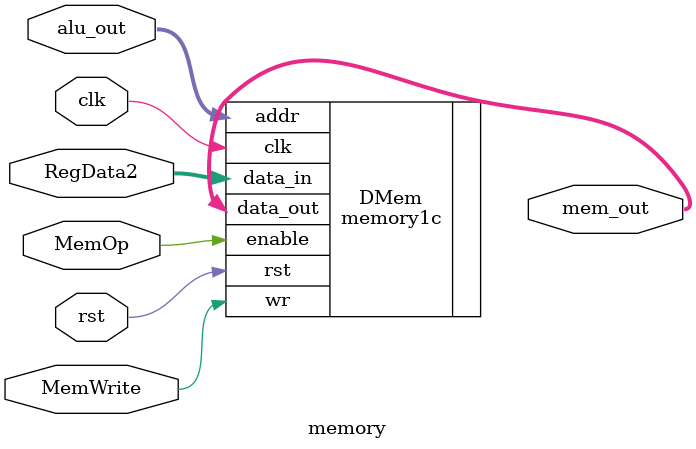
<source format=v>
module memory(clk, rst, alu_out, RegData2, MemOp, MemWrite, mem_out);
	input clk, rst;
	input MemOp, MemWrite;
	input [15:0] alu_out, RegData2;
	output [15:0] mem_out;


	memory1c DMem(.data_out(mem_out), .data_in(RegData2), .addr(alu_out),
		.enable(MemOp), .wr(MemWrite), .clk(clk), .rst(rst));
endmodule

</source>
